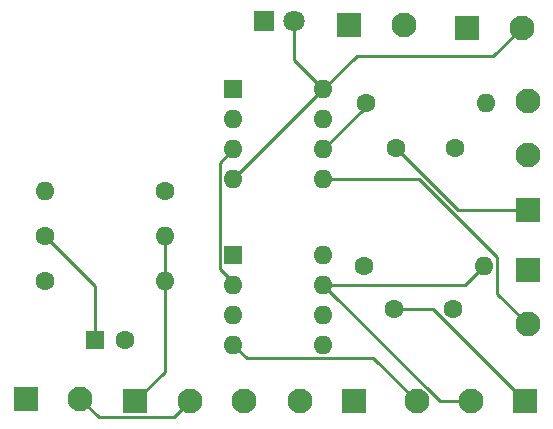
<source format=gtl>
G04 #@! TF.GenerationSoftware,KiCad,Pcbnew,(6.0.2-0)*
G04 #@! TF.CreationDate,2024-07-24T16:16:59-04:00*
G04 #@! TF.ProjectId,Stepped_Tone_Generator,53746570-7065-4645-9f54-6f6e655f4765,rev?*
G04 #@! TF.SameCoordinates,Original*
G04 #@! TF.FileFunction,Copper,L1,Top*
G04 #@! TF.FilePolarity,Positive*
%FSLAX46Y46*%
G04 Gerber Fmt 4.6, Leading zero omitted, Abs format (unit mm)*
G04 Created by KiCad (PCBNEW (6.0.2-0)) date 2024-07-24 16:16:59*
%MOMM*%
%LPD*%
G01*
G04 APERTURE LIST*
G04 Aperture macros list*
%AMRoundRect*
0 Rectangle with rounded corners*
0 $1 Rounding radius*
0 $2 $3 $4 $5 $6 $7 $8 $9 X,Y pos of 4 corners*
0 Add a 4 corners polygon primitive as box body*
4,1,4,$2,$3,$4,$5,$6,$7,$8,$9,$2,$3,0*
0 Add four circle primitives for the rounded corners*
1,1,$1+$1,$2,$3*
1,1,$1+$1,$4,$5*
1,1,$1+$1,$6,$7*
1,1,$1+$1,$8,$9*
0 Add four rect primitives between the rounded corners*
20,1,$1+$1,$2,$3,$4,$5,0*
20,1,$1+$1,$4,$5,$6,$7,0*
20,1,$1+$1,$6,$7,$8,$9,0*
20,1,$1+$1,$8,$9,$2,$3,0*%
G04 Aperture macros list end*
G04 #@! TA.AperFunction,ComponentPad*
%ADD10C,1.600000*%
G04 #@! TD*
G04 #@! TA.AperFunction,ComponentPad*
%ADD11O,1.600000X1.600000*%
G04 #@! TD*
G04 #@! TA.AperFunction,ComponentPad*
%ADD12C,2.100000*%
G04 #@! TD*
G04 #@! TA.AperFunction,ComponentPad*
%ADD13RoundRect,0.250001X-0.799999X-0.799999X0.799999X-0.799999X0.799999X0.799999X-0.799999X0.799999X0*%
G04 #@! TD*
G04 #@! TA.AperFunction,ComponentPad*
%ADD14R,1.600000X1.600000*%
G04 #@! TD*
G04 #@! TA.AperFunction,ComponentPad*
%ADD15RoundRect,0.250001X0.799999X0.799999X-0.799999X0.799999X-0.799999X-0.799999X0.799999X-0.799999X0*%
G04 #@! TD*
G04 #@! TA.AperFunction,ComponentPad*
%ADD16RoundRect,0.250001X-0.799999X0.799999X-0.799999X-0.799999X0.799999X-0.799999X0.799999X0.799999X0*%
G04 #@! TD*
G04 #@! TA.AperFunction,ComponentPad*
%ADD17RoundRect,0.250001X0.799999X-0.799999X0.799999X0.799999X-0.799999X0.799999X-0.799999X-0.799999X0*%
G04 #@! TD*
G04 #@! TA.AperFunction,ComponentPad*
%ADD18R,1.800000X1.800000*%
G04 #@! TD*
G04 #@! TA.AperFunction,ComponentPad*
%ADD19C,1.800000*%
G04 #@! TD*
G04 #@! TA.AperFunction,Conductor*
%ADD20C,0.250000*%
G04 #@! TD*
G04 APERTURE END LIST*
D10*
X150300000Y-77800000D03*
X155300000Y-77800000D03*
D11*
X157880000Y-74200000D03*
D10*
X147720000Y-74200000D03*
X147920000Y-60400000D03*
D11*
X158080000Y-60400000D03*
D10*
X120720000Y-71600000D03*
D11*
X130880000Y-71600000D03*
D12*
X137600000Y-85600000D03*
X133000000Y-85600000D03*
D13*
X128400000Y-85600000D03*
X119100000Y-85400000D03*
D12*
X123700000Y-85400000D03*
D13*
X156500000Y-54000000D03*
D12*
X161100000Y-54000000D03*
D14*
X136700000Y-73200000D03*
D11*
X136700000Y-75740000D03*
X136700000Y-78280000D03*
X136700000Y-80820000D03*
X144320000Y-80820000D03*
X144320000Y-78280000D03*
X144320000Y-75740000D03*
X144320000Y-73200000D03*
D10*
X120720000Y-75400000D03*
D11*
X130880000Y-75400000D03*
D15*
X161400000Y-85600000D03*
D12*
X156800000Y-85600000D03*
X152200000Y-85600000D03*
D14*
X125000000Y-80400000D03*
D10*
X127500000Y-80400000D03*
D13*
X146500000Y-53800000D03*
D12*
X151100000Y-53800000D03*
D10*
X130880000Y-67800000D03*
D11*
X120720000Y-67800000D03*
D10*
X155500000Y-64200000D03*
X150500000Y-64200000D03*
D12*
X161600000Y-79100000D03*
D16*
X161600000Y-74500000D03*
D14*
X136700000Y-59200000D03*
D11*
X136700000Y-61740000D03*
X136700000Y-64280000D03*
X136700000Y-66820000D03*
X144320000Y-66820000D03*
X144320000Y-64280000D03*
X144320000Y-61740000D03*
X144320000Y-59200000D03*
D12*
X161600000Y-60200000D03*
X161600000Y-64800000D03*
D17*
X161600000Y-69400000D03*
D12*
X142300000Y-85600000D03*
D15*
X146900000Y-85600000D03*
D18*
X139325000Y-53400000D03*
D19*
X141865000Y-53400000D03*
D20*
X144320000Y-59200000D02*
X147120000Y-56400000D01*
X147120000Y-56400000D02*
X158700000Y-56400000D01*
X158700000Y-56400000D02*
X161100000Y-54000000D01*
X144320000Y-59200000D02*
X136700000Y-66820000D01*
X133000000Y-85600000D02*
X131625480Y-86974520D01*
X131625480Y-86974520D02*
X125274520Y-86974520D01*
X125274520Y-86974520D02*
X123700000Y-85400000D01*
X141865000Y-53400000D02*
X141865000Y-56745000D01*
X141865000Y-56745000D02*
X144320000Y-59200000D01*
X130880000Y-75400000D02*
X130880000Y-83120000D01*
X130880000Y-83120000D02*
X128400000Y-85600000D01*
X130880000Y-71600000D02*
X130880000Y-75400000D01*
X120720000Y-71600000D02*
X125000000Y-75880000D01*
X125000000Y-75880000D02*
X125000000Y-80400000D01*
X161400000Y-85600000D02*
X153600000Y-77800000D01*
X153600000Y-77800000D02*
X150300000Y-77800000D01*
X156800000Y-85600000D02*
X154180000Y-85600000D01*
X154180000Y-85600000D02*
X144320000Y-75740000D01*
X152200000Y-85600000D02*
X148544511Y-81944511D01*
X148544511Y-81944511D02*
X137824511Y-81944511D01*
X137824511Y-81944511D02*
X136700000Y-80820000D01*
X144320000Y-75740000D02*
X156340000Y-75740000D01*
X156340000Y-75740000D02*
X157880000Y-74200000D01*
X161600000Y-79100000D02*
X159004511Y-76504511D01*
X159004511Y-73404511D02*
X152420000Y-66820000D01*
X159004511Y-76504511D02*
X159004511Y-73404511D01*
X152420000Y-66820000D02*
X144320000Y-66820000D01*
X144320000Y-64280000D02*
X147920000Y-60680000D01*
X147920000Y-60680000D02*
X147920000Y-60400000D01*
X161600000Y-69400000D02*
X155700000Y-69400000D01*
X155700000Y-69400000D02*
X150500000Y-64200000D01*
X135575489Y-74415189D02*
X135575489Y-65404511D01*
X136700000Y-75740000D02*
X136700000Y-75539700D01*
X136700000Y-75539700D02*
X135575489Y-74415189D01*
X135575489Y-65404511D02*
X136700000Y-64280000D01*
M02*

</source>
